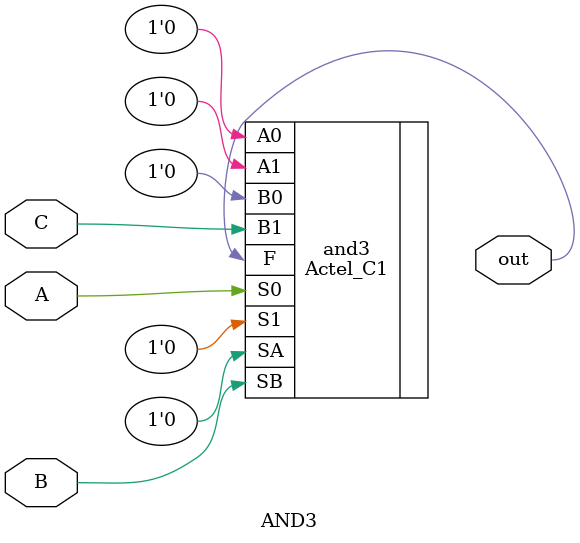
<source format=v>
module AND3 (input A, B, C, output out);

    Actel_C1 and3(.A0(1'b0), .A1(1'b0), .SA(1'b0), .B0(1'b0), .B1(C), .SB(B), .S0(A), .S1(1'b0), .F(out));

endmodule
</source>
